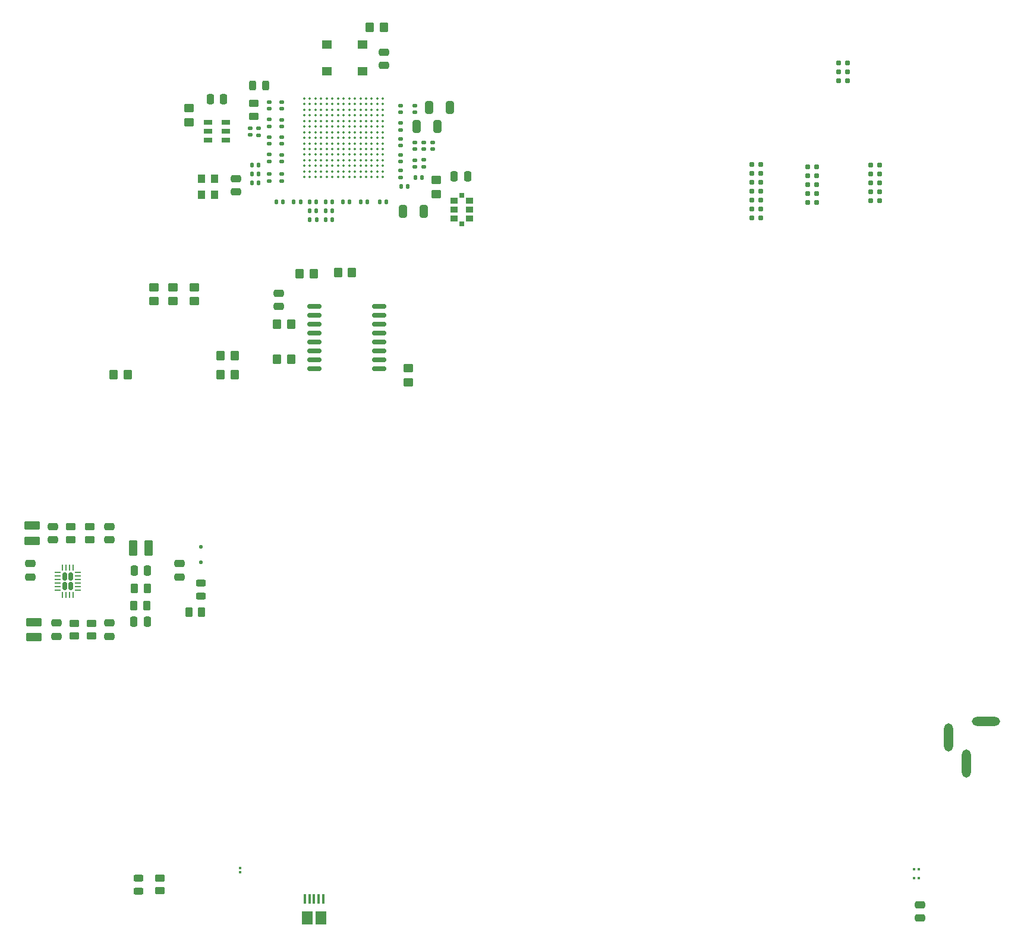
<source format=gbr>
%TF.GenerationSoftware,KiCad,Pcbnew,(7.0.0)*%
%TF.CreationDate,2023-03-18T13:26:35-04:00*%
%TF.ProjectId,FPGAs-Ard_RPi_BB,46504741-732d-4417-9264-5f5250695f42,rev?*%
%TF.SameCoordinates,Original*%
%TF.FileFunction,Paste,Top*%
%TF.FilePolarity,Positive*%
%FSLAX46Y46*%
G04 Gerber Fmt 4.6, Leading zero omitted, Abs format (unit mm)*
G04 Created by KiCad (PCBNEW (7.0.0)) date 2023-03-18 13:26:35*
%MOMM*%
%LPD*%
G01*
G04 APERTURE LIST*
G04 Aperture macros list*
%AMRoundRect*
0 Rectangle with rounded corners*
0 $1 Rounding radius*
0 $2 $3 $4 $5 $6 $7 $8 $9 X,Y pos of 4 corners*
0 Add a 4 corners polygon primitive as box body*
4,1,4,$2,$3,$4,$5,$6,$7,$8,$9,$2,$3,0*
0 Add four circle primitives for the rounded corners*
1,1,$1+$1,$2,$3*
1,1,$1+$1,$4,$5*
1,1,$1+$1,$6,$7*
1,1,$1+$1,$8,$9*
0 Add four rect primitives between the rounded corners*
20,1,$1+$1,$2,$3,$4,$5,0*
20,1,$1+$1,$4,$5,$6,$7,0*
20,1,$1+$1,$6,$7,$8,$9,0*
20,1,$1+$1,$8,$9,$2,$3,0*%
G04 Aperture macros list end*
%ADD10RoundRect,0.140000X0.170000X-0.140000X0.170000X0.140000X-0.170000X0.140000X-0.170000X-0.140000X0*%
%ADD11RoundRect,0.250000X-0.350000X-0.450000X0.350000X-0.450000X0.350000X0.450000X-0.350000X0.450000X0*%
%ADD12RoundRect,0.250000X0.450000X-0.350000X0.450000X0.350000X-0.450000X0.350000X-0.450000X-0.350000X0*%
%ADD13RoundRect,0.140000X-0.170000X0.140000X-0.170000X-0.140000X0.170000X-0.140000X0.170000X0.140000X0*%
%ADD14RoundRect,0.140000X0.140000X0.170000X-0.140000X0.170000X-0.140000X-0.170000X0.140000X-0.170000X0*%
%ADD15RoundRect,0.250000X0.350000X0.450000X-0.350000X0.450000X-0.350000X-0.450000X0.350000X-0.450000X0*%
%ADD16RoundRect,0.250000X0.850000X-0.375000X0.850000X0.375000X-0.850000X0.375000X-0.850000X-0.375000X0*%
%ADD17RoundRect,0.250000X-0.325000X-0.650000X0.325000X-0.650000X0.325000X0.650000X-0.325000X0.650000X0*%
%ADD18RoundRect,0.243750X0.456250X-0.243750X0.456250X0.243750X-0.456250X0.243750X-0.456250X-0.243750X0*%
%ADD19RoundRect,0.250000X-0.450000X0.262500X-0.450000X-0.262500X0.450000X-0.262500X0.450000X0.262500X0*%
%ADD20RoundRect,0.250000X-0.450000X0.350000X-0.450000X-0.350000X0.450000X-0.350000X0.450000X0.350000X0*%
%ADD21RoundRect,0.079500X-0.079500X-0.100500X0.079500X-0.100500X0.079500X0.100500X-0.079500X0.100500X0*%
%ADD22C,0.787400*%
%ADD23RoundRect,0.250000X-0.475000X0.250000X-0.475000X-0.250000X0.475000X-0.250000X0.475000X0.250000X0*%
%ADD24RoundRect,0.250000X-0.262500X-0.450000X0.262500X-0.450000X0.262500X0.450000X-0.262500X0.450000X0*%
%ADD25R,0.400000X0.380000*%
%ADD26RoundRect,0.250000X0.475000X-0.250000X0.475000X0.250000X-0.475000X0.250000X-0.475000X-0.250000X0*%
%ADD27R,1.295400X0.685800*%
%ADD28RoundRect,0.250000X0.250000X0.475000X-0.250000X0.475000X-0.250000X-0.475000X0.250000X-0.475000X0*%
%ADD29RoundRect,0.250000X0.262500X0.450000X-0.262500X0.450000X-0.262500X-0.450000X0.262500X-0.450000X0*%
%ADD30RoundRect,0.079500X0.079500X0.100500X-0.079500X0.100500X-0.079500X-0.100500X0.079500X-0.100500X0*%
%ADD31RoundRect,0.250000X0.450000X-0.262500X0.450000X0.262500X-0.450000X0.262500X-0.450000X-0.262500X0*%
%ADD32RoundRect,0.243750X-0.456250X0.243750X-0.456250X-0.243750X0.456250X-0.243750X0.456250X0.243750X0*%
%ADD33O,4.013200X1.295400*%
%ADD34O,1.295400X4.013200*%
%ADD35RoundRect,0.140000X-0.140000X-0.170000X0.140000X-0.170000X0.140000X0.170000X-0.140000X0.170000X0*%
%ADD36RoundRect,0.125000X-0.125000X0.125000X-0.125000X-0.125000X0.125000X-0.125000X0.125000X0.125000X0*%
%ADD37R,1.050000X0.840000*%
%ADD38R,0.800000X0.800000*%
%ADD39C,0.355600*%
%ADD40R,1.100000X1.300000*%
%ADD41R,0.400000X1.350000*%
%ADD42R,1.500000X1.900000*%
%ADD43RoundRect,0.243750X-0.243750X-0.456250X0.243750X-0.456250X0.243750X0.456250X-0.243750X0.456250X0*%
%ADD44RoundRect,0.250000X-0.250000X-0.475000X0.250000X-0.475000X0.250000X0.475000X-0.250000X0.475000X0*%
%ADD45R,1.397000X1.193800*%
%ADD46RoundRect,0.177500X-0.177500X-0.397500X0.177500X-0.397500X0.177500X0.397500X-0.177500X0.397500X0*%
%ADD47RoundRect,0.062500X-0.362500X-0.062500X0.362500X-0.062500X0.362500X0.062500X-0.362500X0.062500X0*%
%ADD48RoundRect,0.062500X-0.062500X-0.362500X0.062500X-0.362500X0.062500X0.362500X-0.062500X0.362500X0*%
%ADD49RoundRect,0.150000X-0.875000X-0.150000X0.875000X-0.150000X0.875000X0.150000X-0.875000X0.150000X0*%
%ADD50RoundRect,0.250000X-0.375000X-0.850000X0.375000X-0.850000X0.375000X0.850000X-0.375000X0.850000X0*%
G04 APERTURE END LIST*
D10*
%TO.C,U1_C20*%
X291575001Y-59650001D03*
X291575001Y-58690001D03*
%TD*%
%TO.C,U1_C21*%
X291575001Y-62130001D03*
X291575001Y-61170001D03*
%TD*%
D11*
%TO.C,R2*%
X294174999Y-80599999D03*
X296174999Y-80599999D03*
%TD*%
D12*
%TO.C,R1*%
X309674999Y-96099999D03*
X309674999Y-94099999D03*
%TD*%
D13*
%TO.C,U1_C7*%
X308575001Y-56650001D03*
X308575001Y-57610001D03*
%TD*%
D14*
%TO.C,U1_C39*%
X297845001Y-70400001D03*
X298805001Y-70400001D03*
%TD*%
D15*
%TO.C,R11*%
X269640000Y-95050000D03*
X267640000Y-95050000D03*
%TD*%
D16*
%TO.C,PR_L2*%
X256297500Y-132463500D03*
X256297500Y-130313500D03*
%TD*%
D17*
%TO.C,U1_C9*%
X308900000Y-71750000D03*
X311850000Y-71750000D03*
%TD*%
D18*
%TO.C,D3*%
X280047500Y-126593500D03*
X280047500Y-124718500D03*
%TD*%
D19*
%TO.C,PR_R11*%
X262047500Y-130476000D03*
X262047500Y-132301000D03*
%TD*%
D15*
%TO.C,R5*%
X301625000Y-80500000D03*
X299625000Y-80500000D03*
%TD*%
D20*
%TO.C,R6*%
X273390000Y-82550000D03*
X273390000Y-84550000D03*
%TD*%
D21*
%TO.C,PR_R1*%
X381695000Y-166825000D03*
X382385000Y-166825000D03*
%TD*%
D22*
%TO.C,TC2030*%
X370969000Y-50600000D03*
X372239000Y-50600000D03*
X370969000Y-51870000D03*
X372239000Y-51870000D03*
X370969000Y-53140000D03*
X372239000Y-53140000D03*
%TD*%
D14*
%TO.C,U1_C2*%
X294285001Y-70400001D03*
X293325001Y-70400001D03*
%TD*%
D20*
%TO.C,R14*%
X278375000Y-57000000D03*
X278375000Y-59000000D03*
%TD*%
D10*
%TO.C,U1_C13*%
X289825001Y-62110001D03*
X289825001Y-61150001D03*
%TD*%
%TO.C,U1_C11*%
X289825001Y-57110001D03*
X289825001Y-56150001D03*
%TD*%
D14*
%TO.C,U1_C41*%
X298805001Y-71650001D03*
X297845001Y-71650001D03*
%TD*%
%TO.C,U1_C16*%
X291765001Y-70400001D03*
X290805001Y-70400001D03*
%TD*%
D23*
%TO.C,PR_C1*%
X382540000Y-170625000D03*
X382540000Y-172525000D03*
%TD*%
D13*
%TO.C,U1_C6*%
X308575001Y-59150001D03*
X308575001Y-60110001D03*
%TD*%
D24*
%TO.C,PR_R15*%
X278385000Y-128906000D03*
X280210000Y-128906000D03*
%TD*%
D25*
%TO.C,PR_FB1*%
X285709999Y-165975999D03*
X285709999Y-165413999D03*
%TD*%
D26*
%TO.C,C3*%
X306125000Y-50950000D03*
X306125000Y-49050000D03*
%TD*%
D13*
%TO.C,U1_C31*%
X311825001Y-64400001D03*
X311825001Y-65360001D03*
%TD*%
D27*
%TO.C,Y3*%
X281124999Y-58999999D03*
X281124999Y-60269999D03*
X281124999Y-61539999D03*
X283639599Y-61539999D03*
X283639599Y-60269999D03*
X283639599Y-58999999D03*
%TD*%
D22*
%TO.C,TC2050_1*%
X366538000Y-65387000D03*
X366538000Y-66657000D03*
X366538000Y-67927000D03*
X366538000Y-69190000D03*
X366538000Y-70460000D03*
X367808000Y-70460000D03*
X367808000Y-69190000D03*
X367808000Y-67927000D03*
X367808000Y-66657000D03*
X367808000Y-65387000D03*
%TD*%
%TO.C,TC2070*%
X358538000Y-65047000D03*
X358538000Y-66317000D03*
X358538000Y-67587000D03*
X358538000Y-68850000D03*
X358538000Y-70120000D03*
X358538000Y-71390000D03*
X358538000Y-72660000D03*
X359808000Y-72660000D03*
X359808000Y-71390000D03*
X359808000Y-70120000D03*
X359808000Y-68850000D03*
X359808000Y-67587000D03*
X359808000Y-66317000D03*
X359808000Y-65047000D03*
%TD*%
D10*
%TO.C,U1_C18*%
X308575001Y-62360001D03*
X308575001Y-61400001D03*
%TD*%
D28*
%TO.C,PR_C16*%
X272497500Y-122976000D03*
X270597500Y-122976000D03*
%TD*%
D10*
%TO.C,U1_C14*%
X289825001Y-64610001D03*
X289825001Y-63650001D03*
%TD*%
D14*
%TO.C,U1_C3*%
X301285001Y-70400001D03*
X300325001Y-70400001D03*
%TD*%
D26*
%TO.C,C1*%
X291174999Y-85299999D03*
X291174999Y-83399999D03*
%TD*%
D14*
%TO.C,U1_C38*%
X296580000Y-72900000D03*
X295620000Y-72900000D03*
%TD*%
D17*
%TO.C,U1_C34*%
X310850001Y-59650001D03*
X313800001Y-59650001D03*
%TD*%
D29*
%TO.C,PR_R13*%
X272460000Y-125476000D03*
X270635000Y-125476000D03*
%TD*%
D10*
%TO.C,U1_C33*%
X287075001Y-60860001D03*
X287075001Y-59900001D03*
%TD*%
D30*
%TO.C,PR_D1*%
X382385000Y-165575000D03*
X381695000Y-165575000D03*
%TD*%
D26*
%TO.C,PR_C11*%
X255797500Y-123886000D03*
X255797500Y-121986000D03*
%TD*%
D16*
%TO.C,PR_L1*%
X256047500Y-118713500D03*
X256047500Y-116563500D03*
%TD*%
D11*
%TO.C,R9*%
X282890000Y-95050000D03*
X284890000Y-95050000D03*
%TD*%
D10*
%TO.C,U1_C32*%
X288325001Y-60880001D03*
X288325001Y-59920001D03*
%TD*%
D31*
%TO.C,PR_R14*%
X274210000Y-168638500D03*
X274210000Y-166813500D03*
%TD*%
D19*
%TO.C,PR_R9*%
X261547500Y-116726000D03*
X261547500Y-118551000D03*
%TD*%
D13*
%TO.C,U1_C8*%
X310575001Y-56670001D03*
X310575001Y-57630001D03*
%TD*%
D11*
%TO.C,R4*%
X290924999Y-92849999D03*
X292924999Y-92849999D03*
%TD*%
D31*
%TO.C,PR_R10*%
X264547500Y-132301000D03*
X264547500Y-130476000D03*
%TD*%
D13*
%TO.C,U1_C30*%
X310575001Y-65380001D03*
X310575001Y-64420001D03*
%TD*%
%TO.C,U1_C28*%
X311825001Y-61920001D03*
X311825001Y-62880001D03*
%TD*%
D14*
%TO.C,U1_C4*%
X303785001Y-70400001D03*
X302825001Y-70400001D03*
%TD*%
D32*
%TO.C,D2*%
X271210000Y-166788500D03*
X271210000Y-168663500D03*
%TD*%
D33*
%TO.C,DC_PWR_J2*%
X391924987Y-144449999D03*
D34*
X386624999Y-146749999D03*
X389124999Y-150449999D03*
%TD*%
D14*
%TO.C,U1_C42*%
X298805001Y-72900001D03*
X297845001Y-72900001D03*
%TD*%
D10*
%TO.C,U1_C12*%
X289825001Y-59610001D03*
X289825001Y-58650001D03*
%TD*%
D14*
%TO.C,U1_C24*%
X288325001Y-65150001D03*
X287365001Y-65150001D03*
%TD*%
D35*
%TO.C,U1_C36*%
X310615001Y-66900001D03*
X311575001Y-66900001D03*
%TD*%
D13*
%TO.C,U1_C27*%
X310575001Y-61920001D03*
X310575001Y-62880001D03*
%TD*%
D23*
%TO.C,PR_C13*%
X267047500Y-116688500D03*
X267047500Y-118588500D03*
%TD*%
D36*
%TO.C,D1*%
X280047500Y-119556000D03*
X280047500Y-121756000D03*
%TD*%
D23*
%TO.C,PR_C14*%
X259547500Y-130438500D03*
X259547500Y-132338500D03*
%TD*%
D28*
%TO.C,PR_C17*%
X272447500Y-130226000D03*
X270547500Y-130226000D03*
%TD*%
D37*
%TO.C,Y1*%
X316147499Y-70229999D03*
X316147499Y-71499999D03*
X316147499Y-72769999D03*
X318367499Y-72769999D03*
X318367499Y-71499999D03*
X318367499Y-70229999D03*
D38*
X317257499Y-69449999D03*
X317257499Y-73549999D03*
%TD*%
D39*
%TO.C,U1*%
X294825001Y-55650001D03*
X295625001Y-55650001D03*
X296425000Y-55650001D03*
X297225000Y-55650001D03*
X298025000Y-55650001D03*
X298825000Y-55650001D03*
X299625000Y-55650001D03*
X300425000Y-55650001D03*
X301225000Y-55650001D03*
X302025000Y-55650001D03*
X302825000Y-55650001D03*
X303625000Y-55650001D03*
X304425000Y-55650001D03*
X305224999Y-55650001D03*
X306024999Y-55650001D03*
X294825001Y-56450001D03*
X295625001Y-56450001D03*
X296425000Y-56450001D03*
X297225000Y-56450001D03*
X298025000Y-56450001D03*
X298825000Y-56450001D03*
X299625000Y-56450001D03*
X300425000Y-56450001D03*
X301225000Y-56450001D03*
X302025000Y-56450001D03*
X302825000Y-56450001D03*
X303625000Y-56450001D03*
X304425000Y-56450001D03*
X305224999Y-56450001D03*
X306024999Y-56450001D03*
X294825001Y-57250000D03*
X295625001Y-57250000D03*
X296425000Y-57250000D03*
X297225000Y-57250000D03*
X298025000Y-57250000D03*
X298825000Y-57250000D03*
X299625000Y-57250000D03*
X300425000Y-57250000D03*
X301225000Y-57250000D03*
X302025000Y-57250000D03*
X302825000Y-57250000D03*
X303625000Y-57250000D03*
X304425000Y-57250000D03*
X305224999Y-57250000D03*
X306024999Y-57250000D03*
X294825001Y-58050000D03*
X295625001Y-58050000D03*
X296425000Y-58050000D03*
X297225000Y-58050000D03*
X298025000Y-58050000D03*
X298825000Y-58050000D03*
X299625000Y-58050000D03*
X300425000Y-58050000D03*
X301225000Y-58050000D03*
X302025000Y-58050000D03*
X302825000Y-58050000D03*
X303625000Y-58050000D03*
X304425000Y-58050000D03*
X305224999Y-58050000D03*
X306024999Y-58050000D03*
X294825001Y-58850000D03*
X295625001Y-58850000D03*
X296425000Y-58850000D03*
X297225000Y-58850000D03*
X298025000Y-58850000D03*
X298825000Y-58850000D03*
X299625000Y-58850000D03*
X300425000Y-58850000D03*
X301225000Y-58850000D03*
X302025000Y-58850000D03*
X302825000Y-58850000D03*
X303625000Y-58850000D03*
X304425000Y-58850000D03*
X305224999Y-58850000D03*
X306024999Y-58850000D03*
X294825001Y-59650000D03*
X295625001Y-59650000D03*
X296425000Y-59650000D03*
X297225000Y-59650000D03*
X298025000Y-59650000D03*
X298825000Y-59650000D03*
X299625000Y-59650000D03*
X300425000Y-59650000D03*
X301225000Y-59650000D03*
X302025000Y-59650000D03*
X302825000Y-59650000D03*
X303625000Y-59650000D03*
X304425000Y-59650000D03*
X305224999Y-59650000D03*
X306024999Y-59650000D03*
X294825001Y-60450000D03*
X295625001Y-60450000D03*
X296425000Y-60450000D03*
X297225000Y-60450000D03*
X298025000Y-60450000D03*
X298825000Y-60450000D03*
X299625000Y-60450000D03*
X300425000Y-60450000D03*
X301225000Y-60450000D03*
X302025000Y-60450000D03*
X302825000Y-60450000D03*
X303625000Y-60450000D03*
X304425000Y-60450000D03*
X305224999Y-60450000D03*
X306024999Y-60450000D03*
X294825001Y-61250000D03*
X295625001Y-61250000D03*
X296425000Y-61250000D03*
X297225000Y-61250000D03*
X298025000Y-61250000D03*
X298825000Y-61250000D03*
X299625000Y-61250000D03*
X300425000Y-61250000D03*
X301225000Y-61250000D03*
X302025000Y-61250000D03*
X302825000Y-61250000D03*
X303625000Y-61250000D03*
X304425000Y-61250000D03*
X305224999Y-61250000D03*
X306024999Y-61250000D03*
X294825001Y-62050000D03*
X295625001Y-62050000D03*
X296425000Y-62050000D03*
X297225000Y-62050000D03*
X298025000Y-62050000D03*
X298825000Y-62050000D03*
X299625000Y-62050000D03*
X300425000Y-62050000D03*
X301225000Y-62050000D03*
X302025000Y-62050000D03*
X302825000Y-62050000D03*
X303625000Y-62050000D03*
X304425000Y-62050000D03*
X305224999Y-62050000D03*
X306024999Y-62050000D03*
X294825001Y-62850000D03*
X295625001Y-62850000D03*
X296425000Y-62850000D03*
X297225000Y-62850000D03*
X298025000Y-62850000D03*
X298825000Y-62850000D03*
X299625000Y-62850000D03*
X300425000Y-62850000D03*
X301225000Y-62850000D03*
X302025000Y-62850000D03*
X302825000Y-62850000D03*
X303625000Y-62850000D03*
X304425000Y-62850000D03*
X305224999Y-62850000D03*
X306024999Y-62850000D03*
X294825001Y-63650000D03*
X295625001Y-63650000D03*
X296425000Y-63650000D03*
X297225000Y-63650000D03*
X298025000Y-63650000D03*
X298825000Y-63650000D03*
X299625000Y-63650000D03*
X300425000Y-63650000D03*
X301225000Y-63650000D03*
X302025000Y-63650000D03*
X302825000Y-63650000D03*
X303625000Y-63650000D03*
X304425000Y-63650000D03*
X305224999Y-63650000D03*
X306024999Y-63650000D03*
X294825001Y-64450000D03*
X295625001Y-64450000D03*
X296425000Y-64450000D03*
X297225000Y-64450000D03*
X298025000Y-64450000D03*
X298825000Y-64450000D03*
X299625000Y-64450000D03*
X300425000Y-64450000D03*
X301225000Y-64450000D03*
X302025000Y-64450000D03*
X302825000Y-64450000D03*
X303625000Y-64450000D03*
X304425000Y-64450000D03*
X305224999Y-64450000D03*
X306024999Y-64450000D03*
X294825001Y-65250000D03*
X295625001Y-65250000D03*
X296425000Y-65250000D03*
X297225000Y-65250000D03*
X298025000Y-65250000D03*
X298825000Y-65250000D03*
X299625000Y-65250000D03*
X300425000Y-65250000D03*
X301225000Y-65250000D03*
X302025000Y-65250000D03*
X302825000Y-65250000D03*
X303625000Y-65250000D03*
X304425000Y-65250000D03*
X305224999Y-65250000D03*
X306024999Y-65250000D03*
X294825001Y-66049999D03*
X295625001Y-66049999D03*
X296425000Y-66049999D03*
X297225000Y-66049999D03*
X298025000Y-66049999D03*
X298825000Y-66049999D03*
X299625000Y-66049999D03*
X300425000Y-66049999D03*
X301225000Y-66049999D03*
X302025000Y-66049999D03*
X302825000Y-66049999D03*
X303625000Y-66049999D03*
X304425000Y-66049999D03*
X305224999Y-66049999D03*
X306024999Y-66049999D03*
X294825001Y-66849999D03*
X295625001Y-66849999D03*
X296425000Y-66849999D03*
X297225000Y-66849999D03*
X298025000Y-66849999D03*
X298825000Y-66849999D03*
X299625000Y-66849999D03*
X300425000Y-66849999D03*
X301225000Y-66849999D03*
X302025000Y-66849999D03*
X302825000Y-66849999D03*
X303625000Y-66849999D03*
X304425000Y-66849999D03*
X305224999Y-66849999D03*
X306024999Y-66849999D03*
%TD*%
D40*
%TO.C,Y2*%
X280174999Y-67099999D03*
X280174999Y-69399999D03*
X282074999Y-69399999D03*
X282074999Y-67099999D03*
%TD*%
D13*
%TO.C,U1_C29*%
X313075001Y-61900001D03*
X313075001Y-62860001D03*
%TD*%
D14*
%TO.C,U1_C25*%
X288325001Y-66400001D03*
X287365001Y-66400001D03*
%TD*%
D31*
%TO.C,PR_R16*%
X287625000Y-58162500D03*
X287625000Y-56337500D03*
%TD*%
D20*
%TO.C,R8*%
X279140000Y-82550000D03*
X279140000Y-84550000D03*
%TD*%
D35*
%TO.C,U1_C37*%
X308595001Y-68150001D03*
X309555001Y-68150001D03*
%TD*%
D20*
%TO.C,R13*%
X313625000Y-67250000D03*
X313625000Y-69250000D03*
%TD*%
D17*
%TO.C,U1_C23*%
X312600001Y-56900001D03*
X315550001Y-56900001D03*
%TD*%
D24*
%TO.C,PR_R12*%
X270547500Y-127976000D03*
X272372500Y-127976000D03*
%TD*%
D14*
%TO.C,U1_C26*%
X288325001Y-67650001D03*
X287365001Y-67650001D03*
%TD*%
D10*
%TO.C,U1_C17*%
X291575001Y-67400001D03*
X291575001Y-66440001D03*
%TD*%
D31*
%TO.C,PR_R8*%
X264297500Y-118551000D03*
X264297500Y-116726000D03*
%TD*%
D10*
%TO.C,U1_C15*%
X289825001Y-67380001D03*
X289825001Y-66420001D03*
%TD*%
%TO.C,U1_C1*%
X308575001Y-66880001D03*
X308575001Y-65920001D03*
%TD*%
D14*
%TO.C,U1_C40*%
X296555001Y-71650001D03*
X295595001Y-71650001D03*
%TD*%
D41*
%TO.C,J_USB_uB1*%
X294909999Y-169775999D03*
X295559999Y-169775999D03*
X296209999Y-169775999D03*
X296859999Y-169775999D03*
X297509999Y-169775999D03*
D42*
X295209999Y-172475999D03*
X297209999Y-172475999D03*
%TD*%
D20*
%TO.C,R7*%
X276140000Y-82550000D03*
X276140000Y-84550000D03*
%TD*%
D43*
%TO.C,D4*%
X287437500Y-53750000D03*
X289312500Y-53750000D03*
%TD*%
D44*
%TO.C,C2*%
X281425000Y-55750000D03*
X283325000Y-55750000D03*
%TD*%
D23*
%TO.C,PR_C12*%
X259047500Y-116688500D03*
X259047500Y-118588500D03*
%TD*%
D10*
%TO.C,U1_C10*%
X308575001Y-64630001D03*
X308575001Y-63670001D03*
%TD*%
%TO.C,U1_C22*%
X291575001Y-64630001D03*
X291575001Y-63670001D03*
%TD*%
D45*
%TO.C,Y4*%
X303124999Y-47943799D03*
X298044999Y-47943799D03*
X298044999Y-51749999D03*
X303124999Y-51749999D03*
%TD*%
D46*
%TO.C,PWR_IC1*%
X260687500Y-123816000D03*
X260687500Y-125136000D03*
X261507500Y-123816000D03*
X261507500Y-125136000D03*
D47*
X259647500Y-123226000D03*
X259647500Y-123726000D03*
X259647500Y-124226000D03*
X259647500Y-124726000D03*
X259647500Y-125226000D03*
X259647500Y-125726000D03*
D48*
X260347500Y-126426000D03*
X260847500Y-126426000D03*
X261347500Y-126426000D03*
X261847500Y-126426000D03*
D47*
X262547500Y-125726000D03*
X262547500Y-125226000D03*
X262547500Y-124726000D03*
X262547500Y-124226000D03*
X262547500Y-123726000D03*
X262547500Y-123226000D03*
D48*
X261847500Y-122526000D03*
X261347500Y-122526000D03*
X260847500Y-122526000D03*
X260347500Y-122526000D03*
%TD*%
D11*
%TO.C,R3*%
X290924999Y-87849999D03*
X292924999Y-87849999D03*
%TD*%
D49*
%TO.C,U6*%
X296225000Y-85305000D03*
X296225000Y-86575000D03*
X296225000Y-87845000D03*
X296225000Y-89115000D03*
X296225000Y-90385000D03*
X296225000Y-91655000D03*
X296225000Y-92925000D03*
X296225000Y-94195000D03*
X305525000Y-94195000D03*
X305525000Y-92925000D03*
X305525000Y-91655000D03*
X305525000Y-90385000D03*
X305525000Y-89115000D03*
X305525000Y-87845000D03*
X305525000Y-86575000D03*
X305525000Y-85305000D03*
%TD*%
D28*
%TO.C,C4*%
X318075000Y-66750000D03*
X316175000Y-66750000D03*
%TD*%
D14*
%TO.C,U1_C5*%
X306535001Y-70400001D03*
X305575001Y-70400001D03*
%TD*%
D15*
%TO.C,R12*%
X306125000Y-45500000D03*
X304125000Y-45500000D03*
%TD*%
D50*
%TO.C,PR_L3*%
X270472500Y-119726000D03*
X272622500Y-119726000D03*
%TD*%
D22*
%TO.C,TC2050_2*%
X375489000Y-65157000D03*
X375489000Y-66427000D03*
X375489000Y-67697000D03*
X375489000Y-68960000D03*
X375489000Y-70230000D03*
X376759000Y-70230000D03*
X376759000Y-68960000D03*
X376759000Y-67697000D03*
X376759000Y-66427000D03*
X376759000Y-65157000D03*
%TD*%
D23*
%TO.C,PR_C15*%
X267047500Y-130438500D03*
X267047500Y-132338500D03*
%TD*%
D10*
%TO.C,U1_C19*%
X291575001Y-57130001D03*
X291575001Y-56170001D03*
%TD*%
D23*
%TO.C,PR_C18*%
X277047500Y-121956000D03*
X277047500Y-123856000D03*
%TD*%
D11*
%TO.C,R10*%
X282890000Y-92300000D03*
X284890000Y-92300000D03*
%TD*%
D14*
%TO.C,U1_C35*%
X296555001Y-70400001D03*
X295595001Y-70400001D03*
%TD*%
D23*
%TO.C,C5*%
X285125000Y-67050000D03*
X285125000Y-68950000D03*
%TD*%
M02*

</source>
